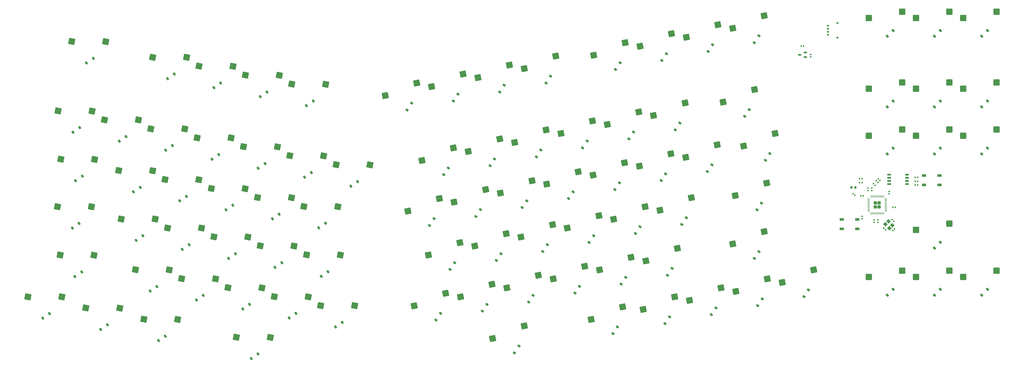
<source format=gbr>
%TF.GenerationSoftware,KiCad,Pcbnew,8.0.4*%
%TF.CreationDate,2024-08-26T22:50:22+09:00*%
%TF.ProjectId,ttaelgam,74746165-6c67-4616-9d2e-6b696361645f,rev?*%
%TF.SameCoordinates,Original*%
%TF.FileFunction,Paste,Bot*%
%TF.FilePolarity,Positive*%
%FSLAX46Y46*%
G04 Gerber Fmt 4.6, Leading zero omitted, Abs format (unit mm)*
G04 Created by KiCad (PCBNEW 8.0.4) date 2024-08-26 22:50:22*
%MOMM*%
%LPD*%
G01*
G04 APERTURE LIST*
G04 Aperture macros list*
%AMRoundRect*
0 Rectangle with rounded corners*
0 $1 Rounding radius*
0 $2 $3 $4 $5 $6 $7 $8 $9 X,Y pos of 4 corners*
0 Add a 4 corners polygon primitive as box body*
4,1,4,$2,$3,$4,$5,$6,$7,$8,$9,$2,$3,0*
0 Add four circle primitives for the rounded corners*
1,1,$1+$1,$2,$3*
1,1,$1+$1,$4,$5*
1,1,$1+$1,$6,$7*
1,1,$1+$1,$8,$9*
0 Add four rect primitives between the rounded corners*
20,1,$1+$1,$2,$3,$4,$5,0*
20,1,$1+$1,$4,$5,$6,$7,0*
20,1,$1+$1,$6,$7,$8,$9,0*
20,1,$1+$1,$8,$9,$2,$3,0*%
%AMRotRect*
0 Rectangle, with rotation*
0 The origin of the aperture is its center*
0 $1 length*
0 $2 width*
0 $3 Rotation angle, in degrees counterclockwise*
0 Add horizontal line*
21,1,$1,$2,0,0,$3*%
G04 Aperture macros list end*
%ADD10RoundRect,0.250000X1.196977X0.786048X-0.815359X1.177206X-1.196977X-0.786048X0.815359X-1.177206X0*%
%ADD11RoundRect,0.225000X0.106066X-0.424264X0.424264X-0.106066X-0.106066X0.424264X-0.424264X0.106066X0*%
%ADD12RoundRect,0.225000X0.185071X-0.396231X0.436707X-0.023164X-0.185071X0.396231X-0.436707X0.023164X0*%
%ADD13RoundRect,0.225000X0.023164X-0.436707X0.396231X-0.185071X-0.023164X0.436707X-0.396231X0.185071X0*%
%ADD14RoundRect,0.140000X0.170000X-0.140000X0.170000X0.140000X-0.170000X0.140000X-0.170000X-0.140000X0*%
%ADD15RoundRect,0.250000X0.815359X1.177206X-1.196977X0.786048X-0.815359X-1.177206X1.196977X-0.786048X0*%
%ADD16RoundRect,0.140000X0.219203X0.021213X0.021213X0.219203X-0.219203X-0.021213X-0.021213X-0.219203X0*%
%ADD17RoundRect,0.135000X-0.135000X-0.185000X0.135000X-0.185000X0.135000X0.185000X-0.135000X0.185000X0*%
%ADD18RoundRect,0.150000X0.650000X0.150000X-0.650000X0.150000X-0.650000X-0.150000X0.650000X-0.150000X0*%
%ADD19RoundRect,0.140000X0.140000X0.170000X-0.140000X0.170000X-0.140000X-0.170000X0.140000X-0.170000X0*%
%ADD20RoundRect,0.135000X0.135000X0.185000X-0.135000X0.185000X-0.135000X-0.185000X0.135000X-0.185000X0*%
%ADD21RoundRect,0.250000X1.025000X1.000000X-1.025000X1.000000X-1.025000X-1.000000X1.025000X-1.000000X0*%
%ADD22RoundRect,0.140000X-0.170000X0.140000X-0.170000X-0.140000X0.170000X-0.140000X0.170000X0.140000X0*%
%ADD23RoundRect,0.135000X-0.185000X0.135000X-0.185000X-0.135000X0.185000X-0.135000X0.185000X0.135000X0*%
%ADD24RoundRect,0.140000X-0.140000X-0.170000X0.140000X-0.170000X0.140000X0.170000X-0.140000X0.170000X0*%
%ADD25RoundRect,0.140000X-0.021213X0.219203X-0.219203X0.021213X0.021213X-0.219203X0.219203X-0.021213X0*%
%ADD26R,1.700000X1.000000*%
%ADD27RotRect,1.400000X1.200000X135.000000*%
%ADD28RoundRect,0.150000X-0.275000X0.150000X-0.275000X-0.150000X0.275000X-0.150000X0.275000X0.150000X0*%
%ADD29RoundRect,0.175000X-0.225000X0.175000X-0.225000X-0.175000X0.225000X-0.175000X0.225000X0.175000X0*%
%ADD30RoundRect,0.249999X0.395001X0.395001X-0.395001X0.395001X-0.395001X-0.395001X0.395001X-0.395001X0*%
%ADD31RoundRect,0.050000X0.387500X0.050000X-0.387500X0.050000X-0.387500X-0.050000X0.387500X-0.050000X0*%
%ADD32RoundRect,0.050000X0.050000X0.387500X-0.050000X0.387500X-0.050000X-0.387500X0.050000X-0.387500X0*%
%ADD33RoundRect,0.225000X0.225000X0.250000X-0.225000X0.250000X-0.225000X-0.250000X0.225000X-0.250000X0*%
%ADD34RoundRect,0.135000X0.226274X0.035355X0.035355X0.226274X-0.226274X-0.035355X-0.035355X-0.226274X0*%
%ADD35RoundRect,0.150000X0.512500X0.150000X-0.512500X0.150000X-0.512500X-0.150000X0.512500X-0.150000X0*%
G04 APERTURE END LIST*
D10*
%TO.C,MX52*%
X155004146Y-229956047D03*
X168691686Y-230029095D03*
%TD*%
D11*
%TO.C,D88*%
X464319491Y-260791339D03*
X466652943Y-258457887D03*
%TD*%
D12*
%TO.C,D7*%
X289090418Y-182208004D03*
X290935754Y-179472180D03*
%TD*%
D10*
%TO.C,MX2*%
X167726336Y-164506054D03*
X181413876Y-164579102D03*
%TD*%
%TO.C,MX55*%
X211104140Y-240860781D03*
X224791680Y-240933829D03*
%TD*%
D11*
%TO.C,D33*%
X502419491Y-184591339D03*
X504752943Y-182257887D03*
%TD*%
D13*
%TO.C,D5*%
X229792983Y-184083405D03*
X232528807Y-182238069D03*
%TD*%
D10*
%TO.C,MX18*%
X148248971Y-189829867D03*
X161936511Y-189902915D03*
%TD*%
D14*
%TO.C,C3*%
X458009740Y-218445260D03*
X458009740Y-217485260D03*
%TD*%
D15*
%TO.C,MX24*%
X276411782Y-206269493D03*
X289130013Y-201209779D03*
%TD*%
D16*
%TO.C,C6*%
X466927686Y-230937945D03*
X466248864Y-230259123D03*
%TD*%
D10*
%TO.C,MX69*%
X235519225Y-265013146D03*
X249206765Y-265086194D03*
%TD*%
%TO.C,MX66*%
X179419232Y-254108411D03*
X193106772Y-254181459D03*
%TD*%
D13*
%TO.C,D55*%
X217070793Y-249533398D03*
X219806617Y-247688062D03*
%TD*%
D12*
%TO.C,D83*%
X353494926Y-276425078D03*
X355340262Y-273689254D03*
%TD*%
D16*
%TO.C,C11*%
X459349151Y-216329671D03*
X458670329Y-215650849D03*
%TD*%
D12*
%TO.C,D43*%
X335577693Y-221688176D03*
X337423029Y-218952352D03*
%TD*%
%TO.C,D70*%
X282072522Y-270901634D03*
X283917858Y-268165810D03*
%TD*%
D17*
%TO.C,R5*%
X475519221Y-214759737D03*
X476539219Y-214759737D03*
%TD*%
D12*
%TO.C,D42*%
X316877695Y-225323087D03*
X318723031Y-222587263D03*
%TD*%
D15*
%TO.C,MX84*%
X365751418Y-266529839D03*
X378469649Y-261470125D03*
%TD*%
%TO.C,MX58*%
X297706603Y-240943305D03*
X310424834Y-235883591D03*
%TD*%
D12*
%TO.C,D60*%
X343887603Y-239479446D03*
X345732939Y-236743622D03*
%TD*%
D10*
%TO.C,MX64*%
X130331737Y-244566769D03*
X144019277Y-244639817D03*
%TD*%
%TO.C,MX78*%
X117346827Y-261449311D03*
X131034367Y-261522359D03*
%TD*%
D15*
%TO.C,MX73*%
X329391511Y-254190936D03*
X342109742Y-249131222D03*
%TD*%
D18*
%TO.C,U4*%
X472234740Y-212085260D03*
X472234740Y-213355260D03*
X472234740Y-214625260D03*
X472234740Y-215895260D03*
X465034740Y-215895260D03*
X465034740Y-214625260D03*
X465034740Y-213355260D03*
X465034740Y-212085260D03*
%TD*%
D12*
%TO.C,D26*%
X322592782Y-204805634D03*
X324438118Y-202069810D03*
%TD*%
D15*
%TO.C,MX61*%
X353806596Y-230038571D03*
X366524827Y-224978857D03*
%TD*%
D12*
%TO.C,D11*%
X373240409Y-165850903D03*
X375085745Y-163115079D03*
%TD*%
D19*
%TO.C,C9*%
X454564740Y-220615260D03*
X453604740Y-220615260D03*
%TD*%
D15*
%TO.C,MX63*%
X402894091Y-220496929D03*
X415612322Y-215437215D03*
%TD*%
D20*
%TO.C,R7*%
X454094739Y-213640260D03*
X453074741Y-213640260D03*
%TD*%
D12*
%TO.C,D40*%
X279477699Y-232592910D03*
X281323035Y-229857086D03*
%TD*%
D16*
%TO.C,C13*%
X451149151Y-220435722D03*
X450470329Y-219756900D03*
%TD*%
D21*
%TO.C,MX89*%
X475857648Y-253416553D03*
X489307648Y-250876553D03*
%TD*%
D10*
%TO.C,MX22*%
X223048962Y-204369513D03*
X236736502Y-204442561D03*
%TD*%
D15*
%TO.C,MX44*%
X345496685Y-212247301D03*
X358214916Y-207187587D03*
%TD*%
D10*
%TO.C,MX67*%
X198119229Y-257743323D03*
X211806769Y-257816371D03*
%TD*%
D12*
%TO.C,D44*%
X354277690Y-218053265D03*
X356123026Y-215317441D03*
%TD*%
D22*
%TO.C,C16*%
X458984740Y-230385260D03*
X458984740Y-231345260D03*
%TD*%
D13*
%TO.C,D66*%
X185385885Y-262781029D03*
X188121709Y-260935693D03*
%TD*%
%TO.C,D78*%
X123313480Y-270121929D03*
X126049304Y-268276593D03*
%TD*%
D11*
%TO.C,D32*%
X483369491Y-184591339D03*
X485702943Y-182257887D03*
%TD*%
D15*
%TO.C,MX74*%
X348091509Y-250556025D03*
X360809740Y-245496311D03*
%TD*%
D12*
%TO.C,D72*%
X319472518Y-263631811D03*
X321317854Y-260895987D03*
%TD*%
%TO.C,D61*%
X362587601Y-235844535D03*
X364432937Y-233108711D03*
%TD*%
%TO.C,D57*%
X287787610Y-250384180D03*
X289632946Y-247648356D03*
%TD*%
D20*
%TO.C,R3*%
X476539219Y-213159737D03*
X475519221Y-213159737D03*
%TD*%
D13*
%TO.C,D23*%
X247715613Y-216677041D03*
X250451437Y-214831705D03*
%TD*%
%TO.C,D54*%
X198370795Y-245898487D03*
X201106619Y-244053151D03*
%TD*%
D10*
%TO.C,MX36*%
X172664056Y-213982232D03*
X186351596Y-214055280D03*
%TD*%
%TO.C,MX39*%
X228764049Y-224886966D03*
X242451589Y-224960014D03*
%TD*%
D21*
%TO.C,MX88*%
X456807648Y-253416553D03*
X470257648Y-250876553D03*
%TD*%
D12*
%TO.C,D76*%
X410635007Y-245911618D03*
X412480343Y-243175794D03*
%TD*%
D13*
%TO.C,D36*%
X178630709Y-222654850D03*
X181366533Y-220809514D03*
%TD*%
D10*
%TO.C,MX19*%
X166948968Y-193464779D03*
X180636508Y-193537827D03*
%TD*%
D11*
%TO.C,D31*%
X464319491Y-184591339D03*
X466652943Y-182257887D03*
%TD*%
D13*
%TO.C,D17*%
X135515626Y-194867573D03*
X138251450Y-193022237D03*
%TD*%
D12*
%TO.C,D12*%
X391940407Y-162215992D03*
X393785743Y-159480168D03*
%TD*%
D10*
%TO.C,MX3*%
X186426334Y-168140966D03*
X200113874Y-168214014D03*
%TD*%
D15*
%TO.C,MX71*%
X291991515Y-261460759D03*
X304709746Y-256401045D03*
%TD*%
D23*
%TO.C,R4*%
X454159740Y-228930261D03*
X454159740Y-229950259D03*
%TD*%
D15*
%TO.C,MX27*%
X332511775Y-195364759D03*
X345230006Y-190305045D03*
%TD*%
D10*
%TO.C,MX5*%
X223826329Y-175410788D03*
X237513869Y-175483836D03*
%TD*%
D15*
%TO.C,MX76*%
X401854002Y-240105654D03*
X414572233Y-235045940D03*
%TD*%
%TO.C,MX9*%
X317709409Y-169132218D03*
X330427640Y-164072504D03*
%TD*%
%TO.C,MX13*%
X401859399Y-152775117D03*
X414577630Y-147715403D03*
%TD*%
D12*
%TO.C,D74*%
X356872514Y-256361988D03*
X358717850Y-253626164D03*
%TD*%
D10*
%TO.C,MX21*%
X204348964Y-200734601D03*
X218036504Y-200807649D03*
%TD*%
D21*
%TO.C,MX33*%
X494907648Y-177216553D03*
X508357648Y-174676553D03*
%TD*%
D14*
%TO.C,C2*%
X433409740Y-164376311D03*
X433409740Y-163416311D03*
%TD*%
D12*
%TO.C,D59*%
X325187606Y-243114357D03*
X327032942Y-240378533D03*
%TD*%
D15*
%TO.C,MX26*%
X313811777Y-198999670D03*
X326530008Y-193939956D03*
%TD*%
%TO.C,MX12*%
X383159402Y-156410028D03*
X395877633Y-151350314D03*
%TD*%
D13*
%TO.C,D38*%
X216030705Y-229924672D03*
X218766529Y-228079336D03*
%TD*%
D21*
%TO.C,MX16*%
X494907648Y-148641553D03*
X508357648Y-146101553D03*
%TD*%
D10*
%TO.C,MX34*%
X130589061Y-205803682D03*
X144276601Y-205876730D03*
%TD*%
D13*
%TO.C,D53*%
X179670797Y-242263575D03*
X182406621Y-240418239D03*
%TD*%
%TO.C,D56*%
X235770791Y-253168309D03*
X238506615Y-251322973D03*
%TD*%
D17*
%TO.C,R8*%
X453074741Y-215227760D03*
X454094739Y-215227760D03*
%TD*%
D15*
%TO.C,MX40*%
X270696694Y-226786947D03*
X283414925Y-221727233D03*
%TD*%
%TO.C,MX82*%
X304976425Y-278343301D03*
X317694656Y-273283587D03*
%TD*%
D13*
%TO.C,D2*%
X173692989Y-173178671D03*
X176428813Y-171333335D03*
%TD*%
%TO.C,D22*%
X229015615Y-213042130D03*
X231751439Y-211196794D03*
%TD*%
D12*
%TO.C,D29*%
X378692776Y-193900900D03*
X380538112Y-191165076D03*
%TD*%
D15*
%TO.C,MX43*%
X326796688Y-215882212D03*
X339514919Y-210822498D03*
%TD*%
D13*
%TO.C,D67*%
X204085883Y-266415940D03*
X206821707Y-264570604D03*
%TD*%
D15*
%TO.C,MX30*%
X397961768Y-182642569D03*
X410679999Y-177582855D03*
%TD*%
D14*
%TO.C,C14*%
X456509740Y-218445260D03*
X456509740Y-217485260D03*
%TD*%
D12*
%TO.C,D47*%
X415052683Y-206239803D03*
X416898019Y-203503979D03*
%TD*%
D15*
%TO.C,MX7*%
X280309413Y-176402041D03*
X293027644Y-171342327D03*
%TD*%
D11*
%TO.C,D50*%
X502419491Y-203641339D03*
X504752943Y-201307887D03*
%TD*%
D12*
%TO.C,D45*%
X372977688Y-214418353D03*
X374823024Y-211682529D03*
%TD*%
D10*
%TO.C,MX68*%
X216819227Y-261378234D03*
X230506767Y-261451282D03*
%TD*%
%TO.C,MX17*%
X129548973Y-186194956D03*
X143236513Y-186268004D03*
%TD*%
D12*
%TO.C,D46*%
X391677686Y-210783442D03*
X393523022Y-208047618D03*
%TD*%
D13*
%TO.C,D51*%
X135258302Y-233630661D03*
X137994126Y-231785325D03*
%TD*%
%TO.C,D52*%
X160970799Y-238628664D03*
X163706623Y-236783328D03*
%TD*%
%TO.C,D65*%
X166685887Y-259146117D03*
X169421711Y-257300781D03*
%TD*%
D10*
%TO.C,MX35*%
X153964058Y-210347321D03*
X167651598Y-210420369D03*
%TD*%
%TO.C,MX4*%
X205126332Y-171775877D03*
X218813872Y-171848925D03*
%TD*%
D15*
%TO.C,MX8*%
X299009411Y-172767129D03*
X311727642Y-167707415D03*
%TD*%
D13*
%TO.C,D19*%
X172915622Y-202137396D03*
X175651446Y-200292060D03*
%TD*%
D12*
%TO.C,D84*%
X374532423Y-272335803D03*
X376377759Y-269599979D03*
%TD*%
D10*
%TO.C,MX1*%
X135001340Y-158144959D03*
X148688880Y-158218007D03*
%TD*%
D24*
%TO.C,C1*%
X429568107Y-159980390D03*
X430528107Y-159980390D03*
%TD*%
D21*
%TO.C,MX49*%
X475857648Y-196266553D03*
X489307648Y-193726553D03*
%TD*%
D15*
%TO.C,MX83*%
X344713921Y-270619114D03*
X357432152Y-265559400D03*
%TD*%
D21*
%TO.C,MX48*%
X456807648Y-196266553D03*
X470257648Y-193726553D03*
%TD*%
D24*
%TO.C,C12*%
X466529740Y-225290260D03*
X467489740Y-225290260D03*
%TD*%
D15*
%TO.C,MX62*%
X372506594Y-226403660D03*
X385224825Y-221343946D03*
%TD*%
D13*
%TO.C,D35*%
X159930711Y-219019938D03*
X162666535Y-217174602D03*
%TD*%
D15*
%TO.C,MX75*%
X366791506Y-246921113D03*
X379509737Y-241861399D03*
%TD*%
%TO.C,MX25*%
X295111779Y-202634582D03*
X307830010Y-197574868D03*
%TD*%
D25*
%TO.C,C7*%
X467188427Y-233998104D03*
X466509605Y-234676926D03*
%TD*%
D16*
%TO.C,C4*%
X460499151Y-215179671D03*
X459820329Y-214500849D03*
%TD*%
D13*
%TO.C,D80*%
X170063475Y-279209207D03*
X172799299Y-277363871D03*
%TD*%
D12*
%TO.C,D30*%
X406742773Y-188448533D03*
X408588109Y-185712709D03*
%TD*%
%TO.C,D87*%
X430632417Y-261431068D03*
X432477753Y-258695244D03*
%TD*%
D11*
%TO.C,D15*%
X483369491Y-156016339D03*
X485702943Y-153682887D03*
%TD*%
D21*
%TO.C,MX32*%
X475857648Y-177216553D03*
X489307648Y-174676553D03*
%TD*%
%TO.C,MX15*%
X475857648Y-148641553D03*
X489307648Y-146101553D03*
%TD*%
D12*
%TO.C,D10*%
X354540411Y-169485814D03*
X356385747Y-166749990D03*
%TD*%
%TO.C,D8*%
X307790416Y-178573093D03*
X309635752Y-175837269D03*
%TD*%
D15*
%TO.C,MX41*%
X289396692Y-223152035D03*
X302114923Y-218092321D03*
%TD*%
%TO.C,MX86*%
X403151414Y-259260016D03*
X415869645Y-254200302D03*
%TD*%
%TO.C,MX60*%
X335106598Y-233673482D03*
X347824829Y-228613768D03*
%TD*%
D12*
%TO.C,D58*%
X306487608Y-246749269D03*
X308332944Y-244013445D03*
%TD*%
%TO.C,D27*%
X341292780Y-201170722D03*
X343138116Y-198434898D03*
%TD*%
D13*
%TO.C,D21*%
X210315617Y-209407219D03*
X213051441Y-207561883D03*
%TD*%
D12*
%TO.C,D85*%
X393232421Y-268700891D03*
X395077757Y-265965067D03*
%TD*%
D20*
%TO.C,R6*%
X476539219Y-216232882D03*
X475519221Y-216232882D03*
%TD*%
D12*
%TO.C,D75*%
X375572512Y-252727077D03*
X377417848Y-249991253D03*
%TD*%
D15*
%TO.C,MX10*%
X345759406Y-163679851D03*
X358477637Y-158620137D03*
%TD*%
D12*
%TO.C,D13*%
X410640404Y-158581080D03*
X412485740Y-155845256D03*
%TD*%
%TO.C,D73*%
X338172516Y-259996900D03*
X340017852Y-257261076D03*
%TD*%
%TO.C,D6*%
X270390421Y-185842915D03*
X272235757Y-183107091D03*
%TD*%
D10*
%TO.C,MX81*%
X201496817Y-277806412D03*
X215184357Y-277879460D03*
%TD*%
D14*
%TO.C,C10*%
X465009740Y-219776311D03*
X465009740Y-218816311D03*
%TD*%
D11*
%TO.C,D77*%
X483369491Y-241741339D03*
X485702943Y-239407887D03*
%TD*%
D10*
%TO.C,MX65*%
X160719234Y-250473500D03*
X174406774Y-250546548D03*
%TD*%
D26*
%TO.C,BOOT1*%
X485369479Y-212386571D03*
X479069481Y-212386571D03*
X485369479Y-216186571D03*
X479069481Y-216186571D03*
%TD*%
D12*
%TO.C,D82*%
X313757430Y-284149264D03*
X315602766Y-281413440D03*
%TD*%
D21*
%TO.C,MX14*%
X456807648Y-148641553D03*
X470257648Y-146101553D03*
%TD*%
D12*
%TO.C,D86*%
X411932419Y-265065980D03*
X413777755Y-262330156D03*
%TD*%
D10*
%TO.C,MX38*%
X210064052Y-221252055D03*
X223751592Y-221325103D03*
%TD*%
D15*
%TO.C,MX46*%
X382896681Y-204977478D03*
X395614912Y-199917764D03*
%TD*%
D12*
%TO.C,D62*%
X381287599Y-232209623D03*
X383132935Y-229473799D03*
%TD*%
D10*
%TO.C,MX53*%
X173704144Y-233590958D03*
X187391684Y-233664006D03*
%TD*%
D15*
%TO.C,MX29*%
X369911771Y-188094936D03*
X382630002Y-183035222D03*
%TD*%
D11*
%TO.C,D16*%
X502419491Y-156016339D03*
X504752943Y-153682887D03*
%TD*%
D10*
%TO.C,MX23*%
X241748960Y-208004424D03*
X255436500Y-208077472D03*
%TD*%
D27*
%TO.C,Y1*%
X465111517Y-233694118D03*
X463555882Y-232138483D03*
X464757963Y-230936402D03*
X466313598Y-232492037D03*
%TD*%
D21*
%TO.C,MX31*%
X456807648Y-177216553D03*
X470257648Y-174676553D03*
%TD*%
D12*
%TO.C,D28*%
X359992778Y-197535811D03*
X361838114Y-194799987D03*
%TD*%
%TO.C,D24*%
X285192787Y-212075457D03*
X287038123Y-209339633D03*
%TD*%
D10*
%TO.C,MX37*%
X191364054Y-217617144D03*
X205051594Y-217690192D03*
%TD*%
D15*
%TO.C,MX42*%
X308096690Y-219517124D03*
X320814921Y-214457410D03*
%TD*%
D28*
%TO.C,J4*%
X440334740Y-151796311D03*
X440334740Y-152996311D03*
X440334740Y-154196311D03*
X440334740Y-155396311D03*
D29*
X444109740Y-150646311D03*
X444109740Y-156546311D03*
%TD*%
D21*
%TO.C,MX90*%
X494907648Y-253416553D03*
X508357648Y-250876553D03*
%TD*%
D16*
%TO.C,C5*%
X461299151Y-214379671D03*
X460620329Y-213700849D03*
%TD*%
D15*
%TO.C,MX45*%
X364196683Y-208612390D03*
X376914914Y-203552676D03*
%TD*%
D13*
%TO.C,D37*%
X197330707Y-226289761D03*
X200066531Y-224444425D03*
%TD*%
D12*
%TO.C,D63*%
X411675096Y-226302892D03*
X413520432Y-223567068D03*
%TD*%
D11*
%TO.C,D14*%
X464319491Y-156016339D03*
X466652943Y-153682887D03*
%TD*%
D13*
%TO.C,D1*%
X140967993Y-166817576D03*
X143703817Y-164972240D03*
%TD*%
D30*
%TO.C,U2*%
X461019480Y-225086571D03*
X461019480Y-223486571D03*
X459419480Y-225086571D03*
X459419480Y-223486571D03*
D31*
X463656980Y-221686571D03*
X463656980Y-222086571D03*
X463656980Y-222486571D03*
X463656980Y-222886571D03*
X463656980Y-223286571D03*
X463656980Y-223686571D03*
X463656980Y-224086571D03*
X463656980Y-224486571D03*
X463656980Y-224886571D03*
X463656980Y-225286571D03*
X463656980Y-225686571D03*
X463656980Y-226086571D03*
X463656980Y-226486571D03*
X463656980Y-226886571D03*
D32*
X462819480Y-227724071D03*
X462419480Y-227724071D03*
X462019480Y-227724071D03*
X461619480Y-227724071D03*
X461219480Y-227724071D03*
X460819480Y-227724071D03*
X460419480Y-227724071D03*
X460019480Y-227724071D03*
X459619480Y-227724071D03*
X459219480Y-227724071D03*
X458819480Y-227724071D03*
X458419480Y-227724071D03*
X458019480Y-227724071D03*
X457619480Y-227724071D03*
D31*
X456781980Y-226886571D03*
X456781980Y-226486571D03*
X456781980Y-226086571D03*
X456781980Y-225686571D03*
X456781980Y-225286571D03*
X456781980Y-224886571D03*
X456781980Y-224486571D03*
X456781980Y-224086571D03*
X456781980Y-223686571D03*
X456781980Y-223286571D03*
X456781980Y-222886571D03*
X456781980Y-222486571D03*
X456781980Y-222086571D03*
X456781980Y-221686571D03*
D32*
X457619480Y-220849071D03*
X458019480Y-220849071D03*
X458419480Y-220849071D03*
X458819480Y-220849071D03*
X459219480Y-220849071D03*
X459619480Y-220849071D03*
X460019480Y-220849071D03*
X460419480Y-220849071D03*
X460819480Y-220849071D03*
X461219480Y-220849071D03*
X461619480Y-220849071D03*
X462019480Y-220849071D03*
X462419480Y-220849071D03*
X462819480Y-220849071D03*
%TD*%
D10*
%TO.C,MX20*%
X185648966Y-197099690D03*
X199336506Y-197172738D03*
%TD*%
D11*
%TO.C,D49*%
X483369491Y-203641339D03*
X485702943Y-201307887D03*
%TD*%
D15*
%TO.C,MX85*%
X384451416Y-262894928D03*
X397169647Y-257835214D03*
%TD*%
D13*
%TO.C,D4*%
X211092985Y-180448494D03*
X213828809Y-178603158D03*
%TD*%
D12*
%TO.C,D41*%
X298177697Y-228957999D03*
X300023033Y-226222175D03*
%TD*%
D33*
%TO.C,C8*%
X451384740Y-217215260D03*
X449834740Y-217215260D03*
%TD*%
D13*
%TO.C,D69*%
X241485878Y-273685763D03*
X244221702Y-271840427D03*
%TD*%
D11*
%TO.C,D90*%
X502419491Y-260791339D03*
X504752943Y-258457887D03*
%TD*%
D13*
%TO.C,D3*%
X192392987Y-176813583D03*
X195128811Y-174968247D03*
%TD*%
D21*
%TO.C,MX50*%
X494907648Y-196266553D03*
X508357648Y-193726553D03*
%TD*%
D10*
%TO.C,MX54*%
X192404142Y-237225869D03*
X206091682Y-237298917D03*
%TD*%
D13*
%TO.C,D68*%
X222785881Y-270050851D03*
X225521705Y-268205515D03*
%TD*%
D15*
%TO.C,MX11*%
X364459404Y-160044939D03*
X377177635Y-154985225D03*
%TD*%
D10*
%TO.C,MX80*%
X164096822Y-270536590D03*
X177784362Y-270609638D03*
%TD*%
D15*
%TO.C,MX28*%
X351211773Y-191729848D03*
X363930004Y-186670134D03*
%TD*%
D26*
%TO.C,RST1*%
X445884741Y-233990260D03*
X452184739Y-233990260D03*
X445884741Y-230190260D03*
X452184739Y-230190260D03*
%TD*%
D15*
%TO.C,MX57*%
X279006605Y-244578217D03*
X291724836Y-239518503D03*
%TD*%
D13*
%TO.C,D64*%
X136298391Y-253239386D03*
X139034215Y-251394050D03*
%TD*%
D15*
%TO.C,MX59*%
X316406601Y-237308394D03*
X329124832Y-232248680D03*
%TD*%
D34*
%TO.C,R9*%
X463588429Y-234325000D03*
X462867181Y-233603752D03*
%TD*%
D11*
%TO.C,D48*%
X464319491Y-203641339D03*
X466652943Y-201307887D03*
%TD*%
D15*
%TO.C,MX47*%
X406271678Y-200433839D03*
X418989909Y-195374125D03*
%TD*%
%TO.C,MX6*%
X261609416Y-180036952D03*
X274327647Y-174977238D03*
%TD*%
D22*
%TO.C,C15*%
X460459740Y-230360260D03*
X460459740Y-231320260D03*
%TD*%
D10*
%TO.C,MX79*%
X140721824Y-265992951D03*
X154409364Y-266065999D03*
%TD*%
D12*
%TO.C,D25*%
X303892784Y-208440545D03*
X305738120Y-205704721D03*
%TD*%
D13*
%TO.C,D34*%
X136555714Y-214476299D03*
X139291538Y-212630963D03*
%TD*%
D11*
%TO.C,D89*%
X483369491Y-260791339D03*
X485702943Y-258457887D03*
%TD*%
D10*
%TO.C,MX56*%
X229804138Y-244495692D03*
X243491678Y-244568740D03*
%TD*%
D13*
%TO.C,D79*%
X146688478Y-274665568D03*
X149424302Y-272820232D03*
%TD*%
D12*
%TO.C,D9*%
X326490414Y-174938181D03*
X328335750Y-172202357D03*
%TD*%
D15*
%TO.C,MX70*%
X273291517Y-265095670D03*
X286009748Y-260035956D03*
%TD*%
D21*
%TO.C,MX77*%
X475857648Y-234366553D03*
X489307648Y-231826553D03*
%TD*%
D15*
%TO.C,MX72*%
X310691513Y-257825847D03*
X323409744Y-252766133D03*
%TD*%
D13*
%TO.C,D81*%
X207463471Y-286479030D03*
X210199295Y-284633694D03*
%TD*%
%TO.C,D20*%
X191615620Y-205772307D03*
X194351444Y-203926971D03*
%TD*%
D12*
%TO.C,D71*%
X300772520Y-267266722D03*
X302617856Y-264530898D03*
%TD*%
D13*
%TO.C,D39*%
X234730703Y-233559584D03*
X237466527Y-231714248D03*
%TD*%
D10*
%TO.C,MX51*%
X129291649Y-224958043D03*
X142979189Y-225031091D03*
%TD*%
D35*
%TO.C,U1*%
X431191006Y-162602275D03*
X431191006Y-164502273D03*
X428916006Y-163552274D03*
%TD*%
D15*
%TO.C,MX87*%
X421851412Y-255625105D03*
X434569643Y-250565391D03*
%TD*%
D13*
%TO.C,D18*%
X154215624Y-198502485D03*
X156951448Y-196657149D03*
%TD*%
M02*

</source>
